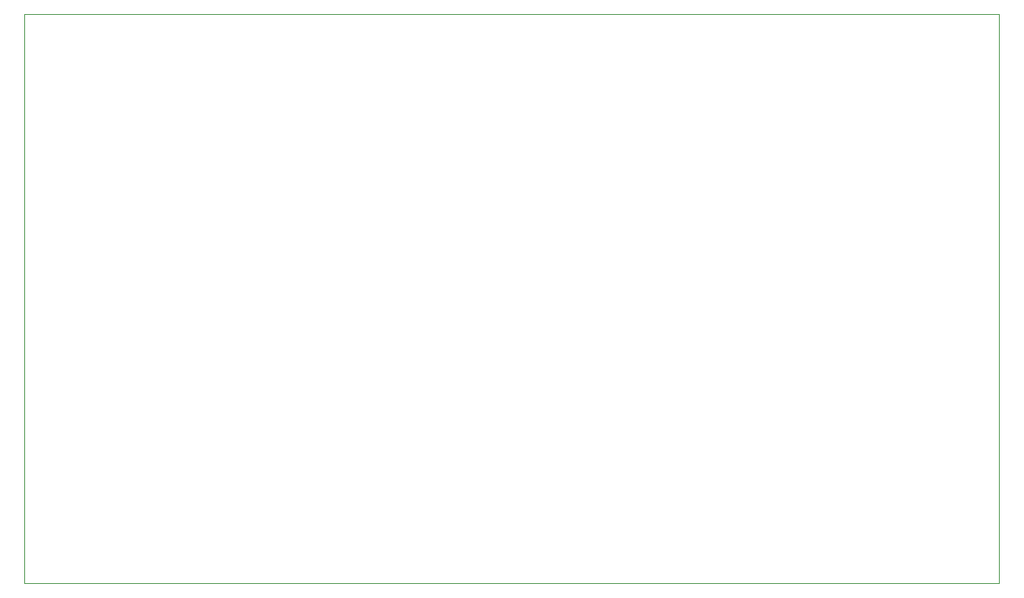
<source format=gbr>
%TF.GenerationSoftware,KiCad,Pcbnew,(5.1.8)-1*%
%TF.CreationDate,2020-12-26T15:16:30+00:00*%
%TF.ProjectId,io-board,696f2d62-6f61-4726-942e-6b696361645f,rev?*%
%TF.SameCoordinates,Original*%
%TF.FileFunction,Profile,NP*%
%FSLAX46Y46*%
G04 Gerber Fmt 4.6, Leading zero omitted, Abs format (unit mm)*
G04 Created by KiCad (PCBNEW (5.1.8)-1) date 2020-12-26 15:16:30*
%MOMM*%
%LPD*%
G01*
G04 APERTURE LIST*
%TA.AperFunction,Profile*%
%ADD10C,0.050000*%
%TD*%
G04 APERTURE END LIST*
D10*
X41275000Y-57150000D02*
X41275000Y-118745000D01*
X146685000Y-57150000D02*
X41275000Y-57150000D01*
X146685000Y-118745000D02*
X146685000Y-57150000D01*
X41275000Y-118745000D02*
X146685000Y-118745000D01*
M02*

</source>
